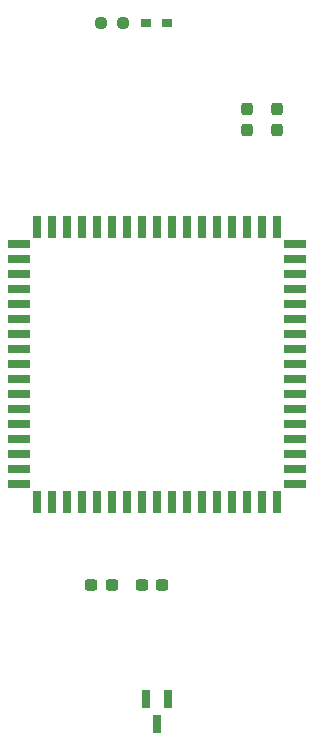
<source format=gbr>
G04 #@! TF.GenerationSoftware,KiCad,Pcbnew,9.0.7-9.0.7~ubuntu25.10.1*
G04 #@! TF.CreationDate,2026-02-01T15:36:23+09:00*
G04 #@! TF.ProjectId,bionic-tms370cx5x,62696f6e-6963-42d7-946d-733337306378,3*
G04 #@! TF.SameCoordinates,Original*
G04 #@! TF.FileFunction,Paste,Top*
G04 #@! TF.FilePolarity,Positive*
%FSLAX46Y46*%
G04 Gerber Fmt 4.6, Leading zero omitted, Abs format (unit mm)*
G04 Created by KiCad (PCBNEW 9.0.7-9.0.7~ubuntu25.10.1) date 2026-02-01 15:36:23*
%MOMM*%
%LPD*%
G01*
G04 APERTURE LIST*
G04 Aperture macros list*
%AMRoundRect*
0 Rectangle with rounded corners*
0 $1 Rounding radius*
0 $2 $3 $4 $5 $6 $7 $8 $9 X,Y pos of 4 corners*
0 Add a 4 corners polygon primitive as box body*
4,1,4,$2,$3,$4,$5,$6,$7,$8,$9,$2,$3,0*
0 Add four circle primitives for the rounded corners*
1,1,$1+$1,$2,$3*
1,1,$1+$1,$4,$5*
1,1,$1+$1,$6,$7*
1,1,$1+$1,$8,$9*
0 Add four rect primitives between the rounded corners*
20,1,$1+$1,$2,$3,$4,$5,0*
20,1,$1+$1,$4,$5,$6,$7,0*
20,1,$1+$1,$6,$7,$8,$9,0*
20,1,$1+$1,$8,$9,$2,$3,0*%
G04 Aperture macros list end*
%ADD10R,0.700000X1.910000*%
%ADD11R,1.910000X0.700000*%
%ADD12R,0.965200X0.762000*%
%ADD13RoundRect,0.237500X0.300000X0.237500X-0.300000X0.237500X-0.300000X-0.237500X0.300000X-0.237500X0*%
%ADD14RoundRect,0.237500X0.237500X-0.300000X0.237500X0.300000X-0.237500X0.300000X-0.237500X-0.300000X0*%
%ADD15RoundRect,0.237500X-0.300000X-0.237500X0.300000X-0.237500X0.300000X0.237500X-0.300000X0.237500X0*%
%ADD16RoundRect,0.237500X0.250000X0.237500X-0.250000X0.237500X-0.250000X-0.237500X0.250000X-0.237500X0*%
%ADD17R,0.660400X1.625600*%
G04 APERTURE END LIST*
D10*
X113696000Y-88800000D03*
X112426000Y-88800000D03*
X111156000Y-88800000D03*
X109886000Y-88800000D03*
X108616000Y-88800000D03*
X107346000Y-88800000D03*
X106076000Y-88800000D03*
X104806000Y-88800000D03*
X103536000Y-88800000D03*
D11*
X102016000Y-90320000D03*
X102016000Y-91590000D03*
X102016000Y-92860000D03*
X102016000Y-94130000D03*
X102016000Y-95400000D03*
X102016000Y-96670000D03*
X102016000Y-97940000D03*
X102016000Y-99210000D03*
X102016000Y-100480000D03*
X102016000Y-101750000D03*
X102016000Y-103020000D03*
X102016000Y-104290000D03*
X102016000Y-105560000D03*
X102016000Y-106830000D03*
X102016000Y-108100000D03*
X102016000Y-109370000D03*
X102016000Y-110640000D03*
D10*
X103536000Y-112160000D03*
X104806000Y-112160000D03*
X106076000Y-112160000D03*
X107346000Y-112160000D03*
X108616000Y-112160000D03*
X109886000Y-112160000D03*
X111156000Y-112160000D03*
X112426000Y-112160000D03*
X113696000Y-112160000D03*
X114966000Y-112160000D03*
X116236000Y-112160000D03*
X117506000Y-112160000D03*
X118776000Y-112160000D03*
X120046000Y-112160000D03*
X121316000Y-112160000D03*
X122586000Y-112160000D03*
X123856000Y-112160000D03*
D11*
X125376000Y-110640000D03*
X125376000Y-109370000D03*
X125376000Y-108100000D03*
X125376000Y-106830000D03*
X125376000Y-105560000D03*
X125376000Y-104290000D03*
X125376000Y-103020000D03*
X125376000Y-101750000D03*
X125376000Y-100480000D03*
X125376000Y-99210000D03*
X125376000Y-97940000D03*
X125376000Y-96670000D03*
X125376000Y-95400000D03*
X125376000Y-94130000D03*
X125376000Y-92860000D03*
X125376000Y-91590000D03*
X125376000Y-90320000D03*
D10*
X123856000Y-88800000D03*
X122586000Y-88800000D03*
X121316000Y-88800000D03*
X120046000Y-88800000D03*
X118776000Y-88800000D03*
X117506000Y-88800000D03*
X116236000Y-88800000D03*
X114966000Y-88800000D03*
D12*
X112823700Y-71600200D03*
X114576300Y-71600200D03*
D13*
X109888900Y-119123600D03*
X108163900Y-119123600D03*
D14*
X123860000Y-80615000D03*
X123860000Y-78890000D03*
D15*
X112431100Y-119123600D03*
X114156100Y-119123600D03*
D16*
X110827900Y-71600200D03*
X109002900Y-71600200D03*
D17*
X114650001Y-128828000D03*
X112749999Y-128828000D03*
X113700000Y-130960000D03*
D14*
X121320000Y-80615000D03*
X121320000Y-78890000D03*
M02*

</source>
